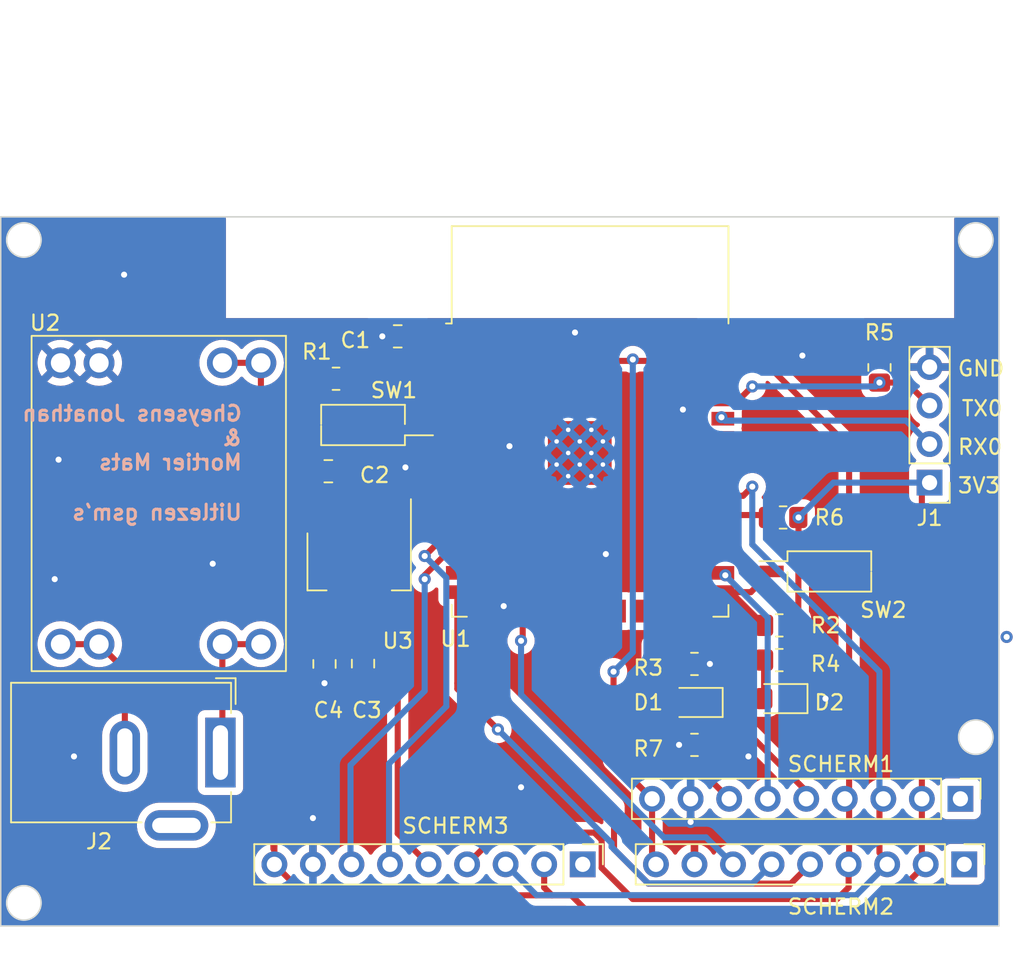
<source format=kicad_pcb>
(kicad_pcb (version 20221018) (generator pcbnew)
  (layers (0 "F.Cu" signal) (31 "B.Cu" signal) (34 "B.Paste" user) (35 "F.Paste" user) (36 "B.SilkS" user "B.Silkscreen") (37 "F.SilkS" user "F.Silkscreen") (38 "B.Mask" user) (39 "F.Mask" user) (44 "Edge.Cuts" user))
  (net 0 "")
  (net 1 "+3.3V")
  (net 2 "GND")
  (net 3 "VDD")
  (net 4 "Net-(D1-K)")
  (net 5 "GPIO2")
  (net 6 "Net-(D2-A)")
  (net 7 "RX0")
  (net 8 "TX0")
  (net 9 "Net-(J2-Pad1)")
  (net 10 "Net-(J2-Pad2)")
  (net 11 "/EN")
  (net 12 "GPIO0")
  (net 13 "GPIO5")
  (net 15 "GPIO18")
  (net 16 "GPIO23")
  (net 17 "GPIO4")
  (net 18 "GPIO15")
  (net 20 "GPIO14")
  (net 21 "GPIO12")
  (net 22 "GPIO13")
  (net 24 "GPIO25")
  (net 25 "GPIO26")
  (net 26 "GPIO27")
  (footprint "Resistor_SMD:R_0805_2012Metric_Pad1.20x1.40mm_HandSolder" (layer "F.Cu") (at 123.19 103.886 180)
    (fp_text reference "R7" (at 3.048 -0.254) (layer "F.SilkS"))
    (fp_text value "1K")
    (fp_line (start -0.227064 -0.735) (end 0.227064 -0.735) (stroke (width 0.12)) (layer "F.SilkS"))
    (fp_line (start -0.227064 0.735) (end 0.227064 0.735) (stroke (width 0.12)) (layer "F.SilkS"))
    (pad "1" smd roundrect (at -1 0 180) (size 1.2 1.4) (layers "F.Cu" "F.Paste" "F.Mask") (roundrect_rratio 0.2083333333) (net 4 "Net-(D1-K)"))
    (pad "2" smd roundrect (at 1 0 180) (size 1.2 1.4) (layers "F.Cu" "F.Paste" "F.Mask") (roundrect_rratio 0.2083333333) (net 2 "GND"))
  )
  (footprint "Resistor_SMD:R_0805_2012Metric_Pad1.20x1.40mm_HandSolder" (layer "F.Cu") (at 129.032 88.9 180)
    (fp_text reference "R6" (at -3.048 0 180) (layer "F.SilkS"))
    (fp_text value "10K")
    (fp_line (start -0.227064 -0.735) (end 0.227064 -0.735) (stroke (width 0.12)) (layer "F.SilkS"))
    (fp_line (start -0.227064 0.735) (end 0.227064 0.735) (stroke (width 0.12)) (layer "F.SilkS"))
    (pad "1" smd roundrect (at -1 0 180) (size 1.2 1.4) (layers "F.Cu" "F.Paste" "F.Mask") (roundrect_rratio 0.2083333333) (net 1 "+3.3V"))
    (pad "2" smd roundrect (at 1 0 180) (size 1.2 1.4) (layers "F.Cu" "F.Paste" "F.Mask") (roundrect_rratio 0.2083333333) (net 13 "GPIO5"))
  )
  (footprint "Resistor_SMD:R_0805_2012Metric_Pad1.20x1.40mm_HandSolder" (layer "F.Cu") (at 123.19 98.552 180)
    (fp_text reference "R3" (at 3.048 -0.254) (layer "F.SilkS"))
    (fp_text value "10K")
    (fp_line (start -0.227064 -0.735) (end 0.227064 -0.735) (stroke (width 0.12)) (layer "F.SilkS"))
    (fp_line (start -0.227064 0.735) (end 0.227064 0.735) (stroke (width 0.12)) (layer "F.SilkS"))
    (pad "1" smd roundrect (at -1 0 180) (size 1.2 1.4) (layers "F.Cu" "F.Paste" "F.Mask") (roundrect_rratio 0.2083333333) (net 2 "GND"))
    (pad "2" smd roundrect (at 1 0 180) (size 1.2 1.4) (layers "F.Cu" "F.Paste" "F.Mask") (roundrect_rratio 0.2083333333) (net 5 "GPIO2"))
  )
  (footprint "Resistor_SMD:R_0805_2012Metric_Pad1.20x1.40mm_HandSolder" (layer "F.Cu") (at 99.568 79.756)
    (fp_text reference "R1" (at -1.27 -1.778 180) (layer "F.SilkS"))
    (fp_text value "10K")
    (fp_line (start -0.227064 -0.735) (end 0.227064 -0.735) (stroke (width 0.12)) (layer "F.SilkS"))
    (fp_line (start -0.227064 0.735) (end 0.227064 0.735) (stroke (width 0.12)) (layer "F.SilkS"))
    (pad "1" smd roundrect (at -1 0) (size 1.2 1.4) (layers "F.Cu" "F.Paste" "F.Mask") (roundrect_rratio 0.2083333333) (net 1 "+3.3V"))
    (pad "2" smd roundrect (at 1 0) (size 1.2 1.4) (layers "F.Cu" "F.Paste" "F.Mask") (roundrect_rratio 0.2083333333) (net 11 "/EN"))
  )
  (footprint "LED_SMD:LED_0805_2012Metric_Pad1.15x1.40mm_HandSolder" (layer "F.Cu") (at 123.19 101.092 180)
    (fp_text reference "D1" (at 3.048 0) (layer "F.SilkS"))
    (fp_text value "BLUE")
    (fp_line (start -1.86 -0.96) (end -1.86 0.96) (stroke (width 0.12)) (layer "F.SilkS"))
    (fp_line (start -1.86 0.96) (end 1 0.96) (stroke (width 0.12)) (layer "F.SilkS"))
    (fp_line (start 1 -0.96) (end -1.86 -0.96) (stroke (width 0.12)) (layer "F.SilkS"))
    (pad "1" smd roundrect (at -1.025 0 180) (size 1.15 1.4) (layers "F.Cu" "F.Paste" "F.Mask") (roundrect_rratio 0.2173913043) (net 4 "Net-(D1-K)"))
    (pad "2" smd roundrect (at 1.025 0 180) (size 1.15 1.4) (layers "F.Cu" "F.Paste" "F.Mask") (roundrect_rratio 0.2173913043) (net 5 "GPIO2"))
  )
  (footprint "Capacitor_SMD:C_0805_2012Metric_Pad1.18x1.45mm_HandSolder" (layer "F.Cu") (at 103.632 76.962 180)
    (fp_text reference "C1" (at 2.794 -0.254 180) (layer "F.SilkS"))
    (fp_text value "47uF/6.3V")
    (fp_line (start -0.261252 -0.735) (end 0.261252 -0.735) (stroke (width 0.12)) (layer "F.SilkS"))
    (fp_line (start -0.261252 0.735) (end 0.261252 0.735) (stroke (width 0.12)) (layer "F.SilkS"))
    (pad "1" smd roundrect (at -1.0375 0 180) (size 1.175 1.45) (layers "F.Cu" "F.Paste" "F.Mask") (roundrect_rratio 0.2127659574) (net 1 "+3.3V"))
    (pad "2" smd roundrect (at 1.0375 0 180) (size 1.175 1.45) (layers "F.Cu" "F.Paste" "F.Mask") (roundrect_rratio 0.2127659574) (net 2 "GND"))
  )
  (footprint "Capacitor_SMD:C_0805_2012Metric_Pad1.18x1.45mm_HandSolder" (layer "F.Cu") (at 99.06 85.852 180)
    (fp_text reference "C2" (at -3.048 -0.254 180) (layer "F.SilkS"))
    (fp_text value "10uF")
    (fp_line (start -0.261252 -0.735) (end 0.261252 -0.735) (stroke (width 0.12)) (layer "F.SilkS"))
    (fp_line (start -0.261252 0.735) (end 0.261252 0.735) (stroke (width 0.12)) (layer "F.SilkS"))
    (pad "1" smd roundrect (at -1.0375 0 180) (size 1.175 1.45) (layers "F.Cu" "F.Paste" "F.Mask") (roundrect_rratio 0.2127659574) (net 3 "VDD"))
    (pad "2" smd roundrect (at 1.0375 0 180) (size 1.175 1.45) (layers "F.Cu" "F.Paste" "F.Mask") (roundrect_rratio 0.2127659574) (net 2 "GND"))
  )
  (footprint "Connector_PinHeader_2.54mm:PinHeader_1x09_P2.54mm_Vertical" (layer "F.Cu") (at 115.824 111.76 -90)
    (fp_text reference "SCHERM3" (at -2.54 8.382) (layer "F.SilkS"))
    (fp_text value "Conn_01x09_Pin")
    (fp_line (start -1.33 -1.33) (end 0 -1.33) (stroke (width 0.12)) (layer "F.SilkS"))
    (fp_line (start -1.33 0) (end -1.33 -1.33) (stroke (width 0.12)) (layer "F.SilkS"))
    (fp_line (start -1.33 1.27) (end -1.33 21.65) (stroke (width 0.12)) (layer "F.SilkS"))
    (fp_line (start -1.33 1.27) (end 1.33 1.27) (stroke (width 0.12)) (layer "F.SilkS"))
    (fp_line (start -1.33 21.65) (end 1.33 21.65) (stroke (width 0.12)) (layer "F.SilkS"))
    (fp_line (start 1.33 1.27) (end 1.33 21.65) (stroke (width 0.12)) (layer "F.SilkS"))
    (pad "1" thru_hole rect (at 0 0 270) (size 1.7 1.7) (drill 1) (layers "*.Cu" "*.Mask"))
    (pad "2" thru_hole oval (at 0 2.54 270) (size 1.7 1.7) (drill 1) (layers "*.Cu" "*.Mask") (net 1 "+3.3V"))
    (pad "3" thru_hole oval (at 0 5.08 270) (size 1.7 1.7) (drill 1) (layers "*.Cu" "*.Mask") (net 15 "GPIO18"))
    (pad "4" thru_hole oval (at 0 7.62 270) (size 1.7 1.7) (drill 1) (layers "*.Cu" "*.Mask") (net 16 "GPIO23"))
    (pad "5" thru_hole oval (at 0 10.16 270) (size 1.7 1.7) (drill 1) (layers "*.Cu" "*.Mask") (net 24 "GPIO25"))
    (pad "6" thru_hole oval (at 0 12.7 270) (size 1.7 1.7) (drill 1) (layers "*.Cu" "*.Mask") (net 25 "GPIO26"))
    (pad "7" thru_hole oval (at 0 15.24 270) (size 1.7 1.7) (drill 1) (layers "*.Cu" "*.Mask") (net 26 "GPIO27"))
    (pad "8" thru_hole oval (at 0 17.78 270) (size 1.7 1.7) (drill 1) (layers "*.Cu" "*.Mask") (net 2 "GND"))
    (pad "9" thru_hole oval (at 0 20.32 270) (size 1.7 1.7) (drill 1) (layers "*.Cu" "*.Mask") (net 1 "+3.3V"))
  )
  (footprint "Resistor_SMD:R_0805_2012Metric_Pad1.20x1.40mm_HandSolder" (layer "F.Cu") (at 135.382 79.01 -90)
    (fp_text reference "R5" (at -2.302 0 -180) (layer "F.SilkS"))
    (fp_text value "10K")
    (fp_line (start -0.227064 -0.735) (end 0.227064 -0.735) (stroke (width 0.12)) (layer "F.SilkS"))
    (fp_line (start -0.227064 0.735) (end 0.227064 0.735) (stroke (width 0.12)) (layer "F.SilkS"))
    (pad "1" smd roundrect (at -1 0 270) (size 1.2 1.4) (layers "F.Cu" "F.Paste" "F.Mask") (roundrect_rratio 0.2083333333) (net 1 "+3.3V"))
    (pad "2" smd roundrect (at 1 0 270) (size 1.2 1.4) (layers "F.Cu" "F.Paste" "F.Mask") (roundrect_rratio 0.2083333333) (net 8 "TX0"))
  )
  (footprint "Resistor_SMD:R_0805_2012Metric_Pad1.20x1.40mm_HandSolder" (layer "F.Cu") (at 128.778 96.012 180)
    (fp_text reference "R2" (at -3.048 0) (layer "F.SilkS"))
    (fp_text value "10K")
    (fp_line (start -0.227064 -0.735) (end 0.227064 -0.735) (stroke (width 0.12)) (layer "F.SilkS"))
    (fp_line (start -0.227064 0.735) (end 0.227064 0.735) (stroke (width 0.12)) (layer "F.SilkS"))
    (pad "1" smd roundrect (at -1 0 180) (size 1.2 1.4) (layers "F.Cu" "F.Paste" "F.Mask") (roundrect_rratio 0.2083333333) (net 1 "+3.3V"))
    (pad "2" smd roundrect (at 1 0 180) (size 1.2 1.4) (layers "F.Cu" "F.Paste" "F.Mask") (roundrect_rratio 0.2083333333) (net 12 "GPIO0"))
  )
  (footprint "Library:U1584" (layer "F.Cu") (at 88.011 76.93)
    (fp_text reference "U2" (at -7.62 -0.857 unlocked) (layer "F.SilkS"))
    (fp_text value "MP1584")
    (fp_rect (start 8.255 0) (end -8.509 22.098) (stroke (width 0.12)) (fill none) (layer "F.SilkS"))
    (pad "1" thru_hole circle (at -6.604 20.32) (size 2.032 2.032) (drill 1.27) (layers "*.Cu" "*.Mask") (net 10 "Net-(J2-Pad2)"))
    (pad "2" thru_hole circle (at -4.064 20.32) (size 2.032 2.032) (drill 1.27) (layers "*.Cu" "*.Mask") (net 10 "Net-(J2-Pad2)"))
    (pad "3" thru_hole circle (at 4.064 20.32) (size 2.032 2.032) (drill 1.27) (layers "*.Cu" "*.Mask") (net 9 "Net-(J2-Pad1)"))
    (pad "4" thru_hole circle (at 6.604 20.32) (size 2.032 2.032) (drill 1.27) (layers "*.Cu" "*.Mask") (net 9 "Net-(J2-Pad1)"))
    (pad "5" thru_hole circle (at 6.604 1.778) (size 2.032 2.032) (drill 1.27) (layers "*.Cu" "*.Mask") (net 3 "VDD"))
    (pad "6" thru_hole circle (at 4.064 1.778) (size 2.032 2.032) (drill 1.27) (layers "*.Cu" "*.Mask") (net 3 "VDD"))
    (pad "7" thru_hole circle (at -4.064 1.778) (size 2.032 2.032) (drill 1.27) (layers "*.Cu" "*.Mask") (net 2 "GND"))
    (pad "8" thru_hole circle (at -6.604 1.778) (size 2.032 2.032) (drill 1.27) (layers "*.Cu" "*.Mask") (net 2 "GND"))
  )
  (footprint "Connector_PinHeader_2.54mm:PinHeader_1x09_P2.54mm_Vertical" (layer "F.Cu") (at 140.716 107.442 -90)
    (fp_text reference "SCHERM1" (at -2.286 7.874) (layer "F.SilkS"))
    (fp_text value "Conn_01x09_Pin")
    (fp_line (start -1.33 -1.33) (end 0 -1.33) (stroke (width 0.12)) (layer "F.SilkS"))
    (fp_line (start -1.33 0) (end -1.33 -1.33) (stroke (width 0.12)) (layer "F.SilkS"))
    (fp_line (start -1.33 1.27) (end -1.33 21.65) (stroke (width 0.12)) (layer "F.SilkS"))
    (fp_line (start -1.33 1.27) (end 1.33 1.27) (stroke (width 0.12)) (layer "F.SilkS"))
    (fp_line (start -1.33 21.65) (end 1.33 21.65) (stroke (width 0.12)) (layer "F.SilkS"))
    (fp_line (start 1.33 1.27) (end 1.33 21.65) (stroke (width 0.12)) (layer "F.SilkS"))
    (pad "1" thru_hole rect (at 0 0 270) (size 1.7 1.7) (drill 1) (layers "*.Cu" "*.Mask"))
    (pad "2" thru_hole oval (at 0 2.54 270) (size 1.7 1.7) (drill 1) (layers "*.Cu" "*.Mask") (net 1 "+3.3V"))
    (pad "3" thru_hole oval (at 0 5.08 270) (size 1.7 1.7) (drill 1) (layers "*.Cu" "*.Mask") (net 15 "GPIO18"))
    (pad "4" thru_hole oval (at 0 7.62 270) (size 1.7 1.7) (drill 1) (layers "*.Cu" "*.Mask") (net 16 "GPIO23"))
    (pad "5" thru_hole oval (at 0 10.16 270) (size 1.7 1.7) (drill 1) (layers "*.Cu" "*.Mask") (net 5 "GPIO2"))
    (pad "6" thru_hole oval (at 0 12.7 270) (size 1.7 1.7) (drill 1) (layers "*.Cu" "*.Mask") (net 17 "GPIO4"))
    (pad "7" thru_hole oval (at 0 15.24 270) (size 1.7 1.7) (drill 1) (layers "*.Cu" "*.Mask") (net 18 "GPIO15"))
    (pad "8" thru_hole oval (at 0 17.78 270) (size 1.7 1.7) (drill 1) (layers "*.Cu" "*.Mask") (net 2 "GND"))
    (pad "9" thru_hole oval (at 0 20.32 270) (size 1.7 1.7) (drill 1) (layers "*.Cu" "*.Mask") (net 1 "+3.3V"))
  )
  (footprint "Connector_PinHeader_2.54mm:PinHeader_1x04_P2.54mm_Vertical" (layer "F.Cu") (at 138.684 86.604 180)
    (fp_text reference "J1" (at 0 -2.33 180) (layer "F.SilkS"))
    (fp_text value "Conn_01x04_Pin")
    (fp_line (start -1.33 -1.33) (end 0 -1.33) (stroke (width 0.12)) (layer "F.SilkS"))
    (fp_line (start -1.33 0) (end -1.33 -1.33) (stroke (width 0.12)) (layer "F.SilkS"))
    (fp_line (start -1.33 1.27) (end -1.33 8.95) (stroke (width 0.12)) (layer "F.SilkS"))
    (fp_line (start -1.33 1.27) (end 1.33 1.27) (stroke (width 0.12)) (layer "F.SilkS"))
    (fp_line (start -1.33 8.95) (end 1.33 8.95) (stroke (width 0.12)) (layer "F.SilkS"))
    (fp_line (start 1.33 1.27) (end 1.33 8.95) (stroke (width 0.12)) (layer "F.SilkS"))
    (pad "1" thru_hole rect (at 0 0 180) (size 1.7 1.7) (drill 1) (layers "*.Cu" "*.Mask") (net 1 "+3.3V"))
    (pad "2" thru_hole oval (at 0 2.54 180) (size 1.7 1.7) (drill 1) (layers "*.Cu" "*.Mask") (net 7 "RX0"))
    (pad "3" thru_hole oval (at 0 5.08 180) (size 1.7 1.7) (drill 1) (layers "*.Cu" "*.Mask") (net 8 "TX0"))
    (pad "4" thru_hole oval (at 0 7.62 180) (size 1.7 1.7) (drill 1) (layers "*.Cu" "*.Mask") (net 2 "GND"))
  )
  (footprint "Capacitor_SMD:C_0805_2012Metric_Pad1.18x1.45mm_HandSolder" (layer "F.Cu") (at 98.806 98.552 -90)
    (fp_text reference "C4" (at 3.048 -0.254 -180) (layer "F.SilkS"))
    (fp_text value "10uF")
    (fp_line (start -0.261252 -0.735) (end 0.261252 -0.735) (stroke (width 0.12)) (layer "F.SilkS"))
    (fp_line (start -0.261252 0.735) (end 0.261252 0.735) (stroke (width 0.12)) (layer "F.SilkS"))
    (pad "1" smd roundrect (at -1.0375 0 270) (size 1.175 1.45) (layers "F.Cu" "F.Paste" "F.Mask") (roundrect_rratio 0.2127659574) (net 1 "+3.3V"))
    (pad "2" smd roundrect (at 1.0375 0 270) (size 1.175 1.45) (layers "F.Cu" "F.Paste" "F.Mask") (roundrect_rratio 0.2127659574) (net 2 "GND"))
  )
  (footprint "Resistor_SMD:R_0805_2012Metric_Pad1.20x1.40mm_HandSolder" (layer "F.Cu") (at 128.778 98.298 180)
    (fp_text reference "R4" (at -3.048 -0.254) (layer "F.SilkS"))
    (fp_text value "1K")
    (fp_line (start -0.227064 -0.735) (end 0.227064 -0.735) (stroke (width 0.12)) (layer "F.SilkS"))
    (fp_line (start -0.227064 0.735) (end 0.227064 0.735) (stroke (width 0.12)) (layer "F.SilkS"))
    (pad "1" smd roundrect (at -1 0 180) (size 1.2 1.4) (layers "F.Cu" "F.Paste" "F.Mask") (roundrect_rratio 0.2083333333) (net 1 "+3.3V"))
    (pad "2" smd roundrect (at 1 0 180) (size 1.2 1.4) (layers "F.Cu" "F.Paste" "F.Mask") (roundrect_rratio 0.2083333333) (net 6 "Net-(D2-A)"))
  )
  (footprint "Package_TO_SOT_SMD:SOT-223-3_TabPin2" (layer "F.Cu") (at 101.092 91.796 -90)
    (fp_text reference "U3" (at 5.232 -2.54 -180) (layer "F.SilkS"))
    (fp_text value "AMS1117-3.3")
    (fp_line (start -4.1 -3.41) (end 1.91 -3.41) (stroke (width 0.12)) (layer "F.SilkS"))
    (fp_line (start -1.85 3.41) (end 1.91 3.41) (stroke (width 0.12)) (layer "F.SilkS"))
    (fp_line (start 1.91 -3.41) (end 1.91 -2.15) (stroke (width 0.12)) (layer "F.SilkS"))
    (fp_line (start 1.91 3.41) (end 1.91 2.15) (stroke (width 0.12)) (layer "F.SilkS"))
    (pad "1" smd rect (at -3.15 -2.3 270) (size 2 1.5) (layers "F.Cu" "F.Paste" "F.Mask") (net 2 "GND"))
    (pad "2" smd rect (at -3.15 0 270) (size 2 1.5) (layers "F.Cu" "F.Paste" "F.Mask") (net 1 "+3.3V"))
    (pad "2" smd rect (at 3.15 0 270) (size 2 3.8) (layers "F.Cu" "F.Paste" "F.Mask") (net 1 "+3.3V"))
    (pad "3" smd rect (at -3.15 2.3 270) (size 2 1.5) (layers "F.Cu" "F.Paste" "F.Mask") (net 3 "VDD"))
  )
  (footprint "Button_Switch_SMD:SW_DIP_SPSTx01_Slide_Copal_CHS-01B_W7.62mm_P1.27mm" (layer "F.Cu") (at 132.08 92.456)
    (fp_text reference "SW2" (at 3.556 2.54 180) (layer "F.SilkS"))
    (fp_text value "FLASH")
    (fp_line (start -4.61 -0.68) (end -2.76 -0.68) (stroke (width 0.12)) (layer "F.SilkS"))
    (fp_line (start -2.76 -1.33) (end -2.76 -0.68) (stroke (width 0.12)) (layer "F.SilkS"))
    (fp_line (start -2.76 -1.33) (end 2.76 -1.33) (stroke (width 0.12)) (layer "F.SilkS"))
    (fp_line (start -2.76 0.061) (end -2.76 1.33) (stroke (width 0.12)) (layer "F.SilkS"))
    (fp_line (start -2.76 1.33) (end 2.76 1.33) (stroke (width 0.12)) (layer "F.SilkS"))
    (fp_line (start 2.76 -1.33) (end 2.76 -0.061) (stroke (width 0.12)) (layer "F.SilkS"))
    (fp_line (start 2.76 0.061) (end 2.76 1.33) (stroke (width 0.12)) (layer "F.SilkS"))
    (pad "1" smd rect (at -3.81 0) (size 1.6 0.76) (layers "F.Cu" "F.Paste" "F.Mask") (net 12 "GPIO0"))
    (pad "2" smd rect (at 3.81 0) (size 1.6 0.76) (layers "F.Cu" "F.Paste" "F.Mask") (net 2 "GND"))
  )
  (footprint "Connector_BarrelJack:BarrelJack_GCT_DCJ200-10-A_Horizontal" (layer "F.Cu") (at 91.948 104.394 -90)
    (fp_text reference "J2" (at 5.857 8.001 -180) (layer "F.SilkS"))
    (fp_text value "Barrel_Jack")
    (fp_line (start -4.9 -1) (end -4.9 0.3) (stroke (width 0.12)) (layer "F.SilkS"))
    (fp_line (start -4.6 -0.7) (end -2.6 -0.7) (stroke (width 0.12)) (layer "F.SilkS"))
    (fp_line (start -4.6 13.8) (end -4.6 -0.7) (stroke (width 0.12)) (layer "F.SilkS"))
    (fp_line (start -3.2 -1) (end -4.9 -1) (stroke (width 0.12)) (layer "F.SilkS"))
    (fp_line (start 2.6 -0.7) (end 4.6 -0.7) (stroke (width 0.12)) (layer "F.SilkS"))
    (fp_line (start 4.6 -0.7) (end 4.6 0.6) (stroke (width 0.12)) (layer "F.SilkS"))
    (fp_line (start 4.6 5.2) (end 4.6 13.8) (stroke (width 0.12)) (layer "F.SilkS"))
    (fp_line (start 4.6 13.8) (end -4.6 13.8) (stroke (width 0.12)) (layer "F.SilkS"))
    (pad "1" thru_hole rect (at 0 0 270) (size 4.6 2) (drill oval 3.6 1) (layers "*.Cu" "*.Mask") (net 9 "Net-(J2-Pad1)"))
    (pad "2" thru_hole oval (at 0 6.3 270) (size 4.2 2) (drill oval 3.2 1) (layers "*.Cu" "*.Mask") (net 10 "Net-(J2-Pad2)"))
    (pad "3" thru_hole oval (at 4.8 2.9 270) (size 2 4.2) (drill oval 1 3.2) (layers "*.Cu" "*.Mask"))
  )
  (footprint "Capacitor_SMD:C_0805_2012Metric_Pad1.18x1.45mm_HandSolder" (layer "F.Cu") (at 101.346 98.5305 90)
    (fp_text reference "C3" (at -3.0695 0.254) (layer "F.SilkS"))
    (fp_text value "100nF")
    (fp_line (start -0.261252 -0.735) (end 0.261252 -0.735) (stroke (width 0.12)) (layer "F.SilkS"))
    (fp_line (start -0.261252 0.735) (end 0.261252 0.735) (stroke (width 0.12)) (layer "F.SilkS"))
    (pad "1" smd roundrect (at -1.0375 0 90) (size 1.175 1.45) (layers "F.Cu" "F.Paste" "F.Mask") (roundrect_rratio 0.2127659574) (net 2 "GND"))
    (pad "2" smd roundrect (at 1.0375 0 90) (size 1.175 1.45) (layers "F.Cu" "F.Paste" "F.Mask") (roundrect_rratio 0.2127659574) (net 1 "+3.3V"))
  )
  (footprint "RF_Module:ESP32-WROOM-32" (layer "F.Cu") (at 116.31 85.56)
    (fp_text reference "U1" (at -8.868 11.341 180) (layer "F.SilkS"))
    (fp_text value "ESP32-WROOM-32")
    (fp_line (start -9.12 -15.86) (end -9.12 -9.445) (stroke (width 0.12)) (layer "F.SilkS"))
    (fp_line (start -9.12 -15.86) (end 9.12 -15.86) (stroke (width 0.12)) (layer "F.SilkS"))
    (fp_line (start -9.12 -9.445) (end -9.5 -9.445) (stroke (width 0.12)) (layer "F.SilkS"))
    (fp_line (start -9.12 9.1) (end -9.12 9.88) (stroke (width 0.12)) (layer "F.SilkS"))
    (fp_line (start -9.12 9.88) (end -8.12 9.88) (stroke (width 0.12)) (layer "F.SilkS"))
    (fp_line (start 9.12 -15.86) (end 9.12 -9.445) (stroke (width 0.12)) (layer "F.SilkS"))
    (fp_line (start 9.12 9.1) (end 9.12 9.88) (stroke (width 0.12)) (layer "F.SilkS"))
    (fp_line (start 9.12 9.88) (end 8.12 9.88) (stroke (width 0.12)) (layer "F.SilkS"))
    (pad "1" smd rect (at -8.75 -8.25) (size 1.5 0.9) (layers "F.Cu" "F.Paste" "F.Mask") (net 2 "GND"))
    (pad "2" smd rect (at -8.75 -6.98) (size 1.5 0.9) (layers "F.Cu" "F.Paste" "F.Mask") (net 1 "+3.3V"))
    (pad "3" smd rect (at -8.75 -5.71) (size 1.5 0.9) (layers "F.Cu" "F.Paste" "F.Mask") (net 11 "/EN"))
    (pad "4" smd rect (at -8.75 -4.44) (size 1.5 0.9) (layers "F.Cu" "F.Paste" "F.Mask"))
    (pad "5" smd rect (at -8.75 -3.17) (size 1.5 0.9) (layers "F.Cu" "F.Paste" "F.Mask"))
    (pad "6" smd rect (at -8.75 -1.9) (size 1.5 0.9) (layers "F.Cu" "F.Paste" "F.Mask"))
    (pad "7" smd rect (at -8.75 -0.63) (size 1.5 0.9) (layers "F.Cu" "F.Paste" "F.Mask"))
    (pad "8" smd rect (at -8.75 0.64) (size 1.5 0.9) (layers "F.Cu" "F.Paste" "F.Mask"))
    (pad "9" smd rect (at -8.75 1.91) (size 1.5 0.9) (layers "F.Cu" "F.Paste" "F.Mask"))
    (pad "10" smd rect (at -8.75 3.18) (size 1.5 0.9) (layers "F.Cu" "F.Paste" "F.Mask") (net 24 "GPIO25"))
    (pad "11" smd rect (at -8.75 4.45) (size 1.5 0.9) (layers "F.Cu" "F.Paste" "F.Mask") (net 25 "GPIO26"))
    (pad "12" smd rect (at -8.75 5.72) (size 1.5 0.9) (layers "F.Cu" "F.Paste" "F.Mask") (net 26 "GPIO27"))
    (pad "13" smd rect (at -8.75 6.99) (size 1.5 0.9) (layers "F.Cu" "F.Paste" "F.Mask") (net 20 "GPIO14"))
    (pad "14" smd rect (at -8.75 8.26) (size 1.5 0.9) (layers "F.Cu" "F.Paste" "F.Mask") (net 21 "GPIO12"))
    (pad "15" smd rect (at -5.71 9.51 90) (size 1.5 0.9) (layers "F.Cu" "F.Paste" "F.Mask") (net 2 "GND"))
    (pad "16" smd rect (at -4.44 9.51 90) (size 1.5 0.9) (layers "F.Cu" "F.Paste" "F.Mask") (net 22 "GPIO13"))
    (pad "17" smd rect (at -3.17 9.51 90) (size 1.5 0.9) (layers "F.Cu" "F.Paste" "F.Mask"))
    (pad "18" smd rect (at -1.9 9.51 90) (size 1.5 0.9) (layers "F.Cu" "F.Paste" "F.Mask"))
    (pad "19" smd rect (at -0.63 9.51 90) (size 1.5 0.9) (layers "F.Cu" "F.Paste" "F.Mask"))
    (pad "20" smd rect (at 0.64 9.51 90) (size 1.5 0.9) (layers "F.Cu" "F.Paste" "F.Mask"))
    (pad "21" smd rect (at 1.91 9.51 90) (size 1.5 0.9) (layers "F.Cu" "F.Paste" "F.Mask"))
    (pad "22" smd rect (at 3.18 9.51 90) (size 1.5 0.9) (layers "F.Cu" "F.Paste" "F.Mask"))
    (pad "23" smd rect (at 4.45 9.51 90) (size 1.5 0.9) (layers "F.Cu" "F.Paste" "F.Mask") (net 18 "GPIO15"))
    (pad "24" smd rect (at 5.72 9.51 90) (size 1.5 0.9) (layers "F.Cu" "F.Paste" "F.Mask") (net 5 "GPIO2"))
    (pad "25" smd rect (at 8.75 8.26) (size 1.5 0.9) (layers "F.Cu" "F.Paste" "F.Mask") (net 12 "GPIO0"))
    (pad "26" smd rect (at 8.75 6.99) (size 1.5 0.9) (layers "F.Cu" "F.Paste" "F.Mask") (net 17 "GPIO4"))
    (pad "27" smd rect (at 8.75 5.72) (size 1.5 0.9) (layers "F.Cu" "F.Paste" "F.Mask"))
    (pad "28" smd rect (at 8.75 4.45) (size 1.5 0.9) (layers "F.Cu" "F.Paste" "F.Mask"))
    (pad "29" smd rect (at 8.75 3.18) (size 1.5 0.9) (layers "F.Cu" "F.Paste" "F.Mask") (net 13 "GPIO5"))
    (pad "30" smd rect (at 8.75 1.91) (size 1.5 0.9) (layers "F.Cu" "F.Paste" "F.Mask") (net 15 "GPIO18"))
    (pad "31" smd rect (at 8.75 0.64) (size 1.5 0.9) (layers "F.Cu" "F.Paste" "F.Mask"))
    (pad "32" smd rect (at 8.75 -0.63) (size 1.5 0.9) (layers "F.Cu" "F.Paste" "F.Mask"))
    (pad "33" smd rect (at 8.75 -1.9) (size 1.5 0.9) (layers "F.Cu" "F.Paste" "F.Mask"))
    (pad "34" smd rect (at 8.75 -3.17) (size 1.5 0.9) (layers "F.Cu" "F.Paste" "F.Mask") (net 7 "RX0"))
    (pad "35" smd rect (at 8.75 -4.44) (size 1.5 0.9) (layers "F.Cu" "F.Paste" "F.Mask") (net 8 "TX0"))
    (pad "36" smd rect (at 8.75 -5.71) (size 1.5 0.9) (layers "F.Cu" "F.Paste" "F.Mask"))
    (pad "37" smd rect (at 8.75 -6.98) (size 1.5 0.9) (layers "F.Cu" "F.Paste" "F.Mask") (net 16 "GPIO23"))
    (pad "38" smd rect (at 8.75 -8.25) (size 1.5 0.9) (layers "F.Cu" "F.Paste" "F.Mask") (net 2 "GND"))
    (pad "39" smd rect (at -2.205 -2.435) (size 1.05 1.05) (layers "F.Cu" "F.Paste") (net 2 "GND"))
    (pad "39" thru_hole circle (at -2.205 -1.6725) (size 0.6 0.6) (drill 0.3) (property pad_prop_heatsink) (layers "*.Cu" "F.Mask") (net 2 "GND"))
    (pad "39" smd rect (at -2.205 -0.91) (size 1.05 1.05) (layers "F.Cu" "F.Paste") (net 2 "GND"))
    (pad "39" thru_hole circle (at -2.205 -0.1475) (size 0.6 0.6) (drill 0.3) (property pad_prop_heatsink) (layers "*.Cu" "F.Mask") (net 2 "GND"))
    (pad "39" smd rect (at -2.205 0.615) (size 1.05 1.05) (layers "F.Cu" "F.Paste") (net 2 "GND"))
    (pad "39" thru_hole circle (at -1.4425 -2.435) (size 0.6 0.6) (drill 0.3) (property pad_prop_heatsink) (layers "*.Cu" "F.Mask") (net 2 "GND"))
    (pad "39" thru_hole circle (at -1.4425 -0.91) (size 0.6 0.6) (drill 0.3) (property pad_prop_heatsink) (layers "*.Cu" "F.Mask") (net 2 "GND"))
    (pad "39" thru_hole circle (at -1.4425 0.615) (size 0.6 0.6) (drill 0.3) (property pad_prop_heatsink) (layers "*.Cu" "F.Mask") (net 2 "GND"))
    (pad "39" smd rect (at -0.68 -2.435) (size 1.05 1.05) (layers "F.Cu" "F.Paste") (net 2 "GND"))
    (pad "39" thru_hole circle (at -0.68 -1.6725) (size 0.6 0.6) (drill 0.3) (property pad_prop_heatsink) (layers "*.Cu" "F.Mask") (net 2 "GND"))
    (pad "39" smd rect (at -0.68 -0.91) (size 1.05 1.05) (layers "F.Cu" "F.Paste") (net 2 "GND"))
    (pad "39" smd rect (at -0.68 -0.91) (size 4.2 4.2) (layers "F.Cu" "F.Mask") (net 2 "GND"))
    (pad "39" thru_hole circle (at -0.68 -0.1475) (size 0.6 0.6) (drill 0.3) (property pad_prop_heatsink) (layers "*.Cu" "F.Mask") (net 2 "GND"))
    (pad "39" smd rect (at -0.68 0.615) (size 1.05 1.05) (layers "F.Cu" "F.Paste") (net 2 "GND"))
    (pad "39" thru_hole circle (at 0.0825 -2.435) (size 0.6 0.6) (drill 0.3) (property pad_prop_heatsink) (layers "*.Cu" "F.Mask") (net 2 "GND"))
    (pad "39" thru_hole circle (at 0.0825 -0.91) (size 0.6 0.6) (drill 0.3) (property pad_prop_heatsink) (layers "*.Cu" "F.Mask") (net 2 "GND"))
    (pad "39" thru_hole circle (at 0.0825 0.615) (size 0.6 0.6) (drill 0.3) (property pad_prop_heatsink) (layers "*.Cu" "F.Mask") (net 2 "GND"))
    (pad "39" smd rect (at 0.845 -2.435) (size 1.05 1.05) (layers "F.Cu" "F.Paste") (net 2 "GND"))
    (pad "39" thru_hole circle (at 0.845 -1.6725) (size 0.6 0.6) (drill 0.3) (property pad_prop_heatsink) (layers "*.Cu" "F.Mask") (net 2 "GND"))
    (pad "39" smd rect (at 0.845 -0.91) (size 1.05 1.05) (layers "F.Cu" "F.Paste") (net 2 "GND"))
    (pad "39" thru_hole circle (at 0.845 -0.1475) (size 0.6 0.6) (drill 0.3) (property pad_prop_heatsink) (layers "*.Cu" "F.Mask") (net 2 "GND"))
    (pad "39" smd rect (at 0.845 0.615) (size 1.05 1.05) (layers "F.Cu" "F.Paste") (net 2 "GND"))
    (zone (net 0) (net_name "") (layers "F.Cu" "In1.Cu" "B.Cu") (connect_pads (clearance 0)) (min_thickness 0.254)
      (keepout (tracks not_allowed) (vias not_allowed) (pads not_allowed) (copperpour not_allowed) (footprints not_allowed))
      (fill (thermal_gap 0.508) (thermal_bridge_width 0.508))
      (polygon (pts (xy 92.31 75.76) (xy 140.31 75.76) (xy 140.31 54.82) (xy 92.31 54.82)))
    )
  )
  (footprint "Connector_PinHeader_2.54mm:PinHeader_1x09_P2.54mm_Vertical" (layer "F.Cu") (at 140.97 111.76 -90)
    (fp_text reference "SCHERM2" (at 2.794 8.128) (layer "F.SilkS"))
    (fp_text value "Conn_01x09_Pin")
    (fp_line (start -1.33 -1.33) (end 0 -1.33) (stroke (width 0.12)) (layer "F.SilkS"))
    (fp_line (start -1.33 0) (end -1.33 -1.33) (stroke (width 0.12)) (layer "F.SilkS"))
    (fp_line (start -1.33 1.27) (end -1.33 21.65) (stroke (width 0.12)) (layer "F.SilkS"))
    (fp_line (start -1.33 1.27) (end 1.33 1.27) (stroke (width 0.12)) (layer "F.SilkS"))
    (fp_line (start -1.33 21.65) (end 1.33 21.65) (stroke (width 0.12)) (layer "F.SilkS"))
    (fp_line (start 1.33 1.27) (end 1.33 21.65) (stroke (width 0.12)) (layer "F.SilkS"))
    (pad "1" thru_hole rect (at 0 0 270) (size 1.7 1.7) (drill 1) (layers "*.Cu" "*.Mask"))
    (pad "2" thru_hole oval (at 0 2.54 270) (size 1.7 1.7) (drill 1) (layers "*.Cu" "*.Mask") (net 1 "+3.3V"))
    (pad "3" thru_hole oval (at 0 5.08 270) (size 1.7 1.7) (drill 1) (layers "*.Cu" "*.Mask") (net 15 "GPIO18"))
    (pad "4" thru_hole oval (at 0 7.62 270) (size 1.7 1.7) (drill 1) (layers "*.Cu" "*.Mask") (net 16 "GPIO23"))
    (pad "5" thru_hole oval (at 0 10.16 270) (size 1.7 1.7) (drill 1) (layers "*.Cu" "*.Mask") (net 20 "GPIO14"))
    (pad "6" thru_hole oval (at 0 12.7 270) (size 1.7 1.7) (drill 1) (layers "*.Cu" "*.Mask") (net 21 "GPIO12"))
    (pad "7" thru_hole oval (at 0 15.24 270) (size 1.7 1.7) (drill 1) (layers "*.Cu" "*.Mask") (net 22 "GPIO13"))
    (pad "8" thru_hole oval (at 0 17.78 270) (size 1.7 1.7) (drill 1) (layers "*.Cu" "*.Mask") (net 2 "GND"))
    (pad "9" thru_hole oval (at 0 20.32 270) (size 1.7 1.7) (drill 1) (layers "*.Cu" "*.Mask") (net 1 "+3.3V"))
  )
  (footprint "LED_SMD:LED_0805_2012Metric_Pad1.15x1.40mm_HandSolder" (layer "F.Cu") (at 128.778 100.838 180)
    (fp_text reference "D2" (at -3.302 -0.254) (layer "F.SilkS"))
    (fp_text value "PWR")
    (fp_line (start -1.86 -0.96) (end -1.86 0.96) (stroke (width 0.12)) (layer "F.SilkS"))
    (fp_line (start -1.86 0.96) (end 1 0.96) (stroke (width 0.12)) (layer "F.SilkS"))
    (fp_line (start 1 -0.96) (end -1.86 -0.96) (stroke (width 0.12)) (layer "F.SilkS"))
    (pad "1" smd roundrect (at -1.025 0 180) (size 1.15 1.4) (layers "F.Cu" "F.Paste" "F.Mask") (roundrect_rratio 0.2173913043) (net 2 "GND"))
    (pad "2" smd roundrect (at 1.025 0 180) (size 1.15 1.4) (layers "F.Cu" "F.Paste" "F.Mask") (roundrect_rratio 0.2173913043) (net 6 "Net-(D2-A)"))
  )
  (footprint "Button_Switch_SMD:SW_DIP_SPSTx01_Slide_Copal_CHS-01B_W7.62mm_P1.27mm" (layer "F.Cu") (at 101.346 82.804 180)
    (fp_text reference "SW1" (at -2.032 2.286 180) (layer "F.SilkS"))
    (fp_text value "EN")
    (fp_line (start -4.61 -0.68) (end -2.76 -0.68) (stroke (width 0.12)) (layer "F.SilkS"))
    (fp_line (start -2.76 -1.33) (end -2.76 -0.68) (stroke (width 0.12)) (layer "F.SilkS"))
    (fp_line (start -2.76 -1.33) (end 2.76 -1.33) (stroke (width 0.12)) (layer "F.SilkS"))
    (fp_line (start -2.76 0.061) (end -2.76 1.33) (stroke (width 0.12)) (layer "F.SilkS"))
    (fp_line (start -2.76 1.33) (end 2.76 1.33) (stroke (width 0.12)) (layer "F.SilkS"))
    (fp_line (start 2.76 -1.33) (end 2.76 -0.061) (stroke (width 0.12)) (layer "F.SilkS"))
    (fp_line (start 2.76 0.061) (end 2.76 1.33) (stroke (width 0.12)) (layer "F.SilkS"))
    (pad "1" smd rect (at -3.81 0 180) (size 1.6 0.76) (layers "F.Cu" "F.Paste" "F.Mask") (net 11 "/EN"))
    (pad "2" smd rect (at 3.81 0 180) (size 1.6 0.76) (layers "F.Cu" "F.Paste" "F.Mask") (net 2 "GND"))
  )
  (gr_rect (start 77.47 69.088) (end 143.256 115.824) (stroke (width 0.1)) (fill none) (layer "Edge.Cuts"))
  (gr_circle (center 78.994 114.3) (end 80.01 114.808) (stroke (width 0.1)) (fill none) (layer "Edge.Cuts"))
  (gr_circle (center 78.994 70.612) (end 80.01 71.12) (stroke (width 0.1)) (fill none) (layer "Edge.Cuts"))
  (gr_circle (center 141.732 70.612) (end 142.748 71.12) (stroke (width 0.1)) (fill none) (layer "Edge.Cuts"))
  (gr_circle (center 141.732 103.378) (end 142.748 103.886) (stroke (width 0.1)) (fill none) (layer "Edge.Cuts"))
  (gr_text "Uitlezen gsm's" (at 93.472 89.154) (layer "B.SilkS") (effects (font (size 1 1) (thickness 0.2) bold) (justify left bottom mirror)))
  (gr_text "Gheysens Jonathan\n&\nMortier Mats" (at 93.472 85.852) (layer "B.SilkS") (effects (font (size 1 1) (thickness 0.2) bold) (justify left bottom mirror)))
  (gr_text "TX0\n" (at 140.716 82.296) (layer "F.SilkS") (effects (font (size 1 1)) (justify left bottom)))
  (gr_text "GND\n\n" (at 140.462 81.28) (layer "F.SilkS") (effects (font (size 1 1)) (justify left bottom)))
  (gr_text "3V3\n" (at 140.462 87.376) (layer "F.SilkS") (effects (font (size 1 1)) (justify left bottom)))
  (gr_text "RX0\n" (at 140.462 84.836) (layer "F.SilkS") (effects (font (size 1 1)) (justify left bottom)))
  (segment (start 138.176 107.442) (end 138.176 87.112) (width 0.4) (layer "F.Cu") (net 1))
  (segment (start 117.856 99.06) (end 117.856 104.902) (width 0.4) (layer "F.Cu") (net 1))
  (segment (start 101.3245 97.5145) (end 101.346 97.493) (width 0.4) (layer "F.Cu") (net 1))
  (segment (start 130.032 95.758) (end 130.048 88.9) (width 0.4) (layer "F.Cu") (net 1))
  (segment (start 101.346 97.493) (end 101.092 97.239) (width 0.4) (layer "F.Cu") (net 1))
  (segment (start 135.128 115.062) (end 138.43 111.76) (width 0.4) (layer "F.Cu") (net 1))
  (segment (start 100.875 94.729) (end 100.875 88.863) (width 0.4) (layer "F.Cu") (net 1))
  (segment (start 97.544 113.8) (end 112.754 113.8) (width 0.4) (layer "F.Cu") (net 1))
  (segment (start 116.84 78.486) (end 116.934 78.58) (width 0.4) (layer "F.Cu") (net 1))
  (segment (start 101.092 94.946) (end 100.875 94.729) (width 0.4) (layer "F.Cu") (net 1))
  (segment (start 116.746 78.58) (end 116.84 78.486) (width 0.4) (layer "F.Cu") (net 1))
  (segment (start 121.79 78.58) (end 123.91 76.46) (width 0.4) (layer "F.Cu") (net 1))
  (segment (start 116.934 78.58) (end 121.79 78.58) (width 0.4) (layer "F.Cu") (net 1))
  (segment (start 104.6695 76.962) (end 102.9755 78.656) (width 0.4) (layer "F.Cu") (net 1))
  (segment (start 101.854 87.884) (end 101.092 88.646) (width 0.4) (layer "F.Cu") (net 1))
  (segment (start 98.568 80.788) (end 101.854 84.074) (width 0.4) (layer "F.Cu") (net 1))
  (segment (start 95.504 111.76) (end 97.544 113.8) (width 0.4) (layer "F.Cu") (net 1))
  (segment (start 123.91 76.46) (end 133.832 76.46) (width 0.4) (layer "F.Cu") (net 1))
  (segment (start 113.792 113.8) (end 112.754 113.8) (width 0.4) (layer "F.Cu") (net 1))
  (segment (start 133.832 76.46) (end 135.382 78.01) (width 0.4) (layer "F.Cu") (net 1))
  (segment (start 113.284 113.292) (end 113.284 111.76) (width 0.4) (layer "F.Cu") (net 1))
  (segment (start 95.44 100.8805) (end 95.44 110.49) (width 0.4) (layer "F.Cu") (net 1))
  (segment (start 104.6695 76.962) (end 106.2875 78.58) (width 0.4) (layer "F.Cu") (net 1))
  (segment (start 106.2875 78.58) (end 107.56 78.58) (width 0.4) (layer "F.Cu") (net 1))
  (segment (start 120.396 111.506) (end 120.65 111.76) (width 0.4) (layer "F.Cu") (net 1))
  (segment (start 102.9755 78.656) (end 99.668 78.656) (width 0.4) (layer "F.Cu") (net 1))
  (segment (start 113.792 113.8) (end 113.284 113.292) (width 0.4) (layer "F.Cu") (net 1))
  (segment (start 120.396 107.442) (end 120.396 111.506) (width 0.4) (layer "F.Cu") (net 1))
  (segment (start 95.44 110.49) (end 95.504 110.554) (width 0.4) (layer "F.Cu") (net 1))
  (segment (start 138.176 87.112) (end 138.684 86.604) (width 0.4) (layer "F.Cu") (net 1))
  (segment (start 98.806 97.5145) (end 101.3245 97.5145) (width 0.4) (layer "F.Cu") (net 1))
  (segment (start 98.568 79.756) (end 98.568 80.788) (width 0.4) (layer "F.Cu") (net 1))
  (segment (start 101.854 84.074) (end 101.854 87.884) (width 0.4) (layer "F.Cu") (net 1))
  (segment (start 95.44 110.49) (end 95.44 110.744) (width 0.4) (layer "F.Cu") (net 1))
  (segment (start 98.806 97.5145) (end 95.44 100.8805) (width 0.4) (layer "F.Cu") (net 1))
  (segment (start 113.792 113.8) (end 115.07 113.8) (width 0.4) (layer "F.Cu") (net 1))
  (segment (start 101.092 97.239) (end 101.092 94.946) (width 0.4) (layer "F.Cu") (net 1))
  (segment (start 129.778 96.012) (end 129.778 98.298) (width 0.4) (layer "F.Cu") (net 1))
  (segment (start 117.856 104.902) (end 120.396 107.442) (width 0.4) (layer "F.Cu") (net 1))
  (segment (start 129.778 96.012) (end 130.032 95.758) (width 0.4) (layer "F.Cu") (net 1))
  (segment (start 138.176 111.506) (end 138.43 111.76) (width 0.4) (layer "F.Cu") (net 1))
  (segment (start 95.504 110.554) (end 95.504 111.76) (width 0.4) (layer "F.Cu") (net 1))
  (segment (start 130.048 88.9) (end 130.032 88.9) (width 0.4) (layer "F.Cu") (net 1))
  (segment (start 116.332 115.062) (end 135.128 115.062) (width 0.4) (layer "F.Cu") (net 1))
  (segment (start 99.668 78.656) (end 98.568 79.756) (width 0.4) (layer "F.Cu") (net 1))
  (segment (start 100.875 88.863) (end 101.092 88.646) (width 0.4) (layer "F.Cu") (net 1))
  (segment (start 115.07 113.8) (end 116.332 115.062) (width 0.4) (layer "F.Cu") (net 1))
  (segment (start 107.56 78.58) (end 116.746 78.58) (width 0.4) (layer "F.Cu") (net 1))
  (segment (start 138.176 107.442) (end 138.176 111.506) (width 0.4) (layer "F.Cu") (net 1))
  (via (at 117.856 99.06) (size 0.8) (drill 0.4) (layers "F.Cu" "B.Cu") (net 1))
  (via (at 130.048 88.9) (size 0.8) (drill 0.4) (layers "F.Cu" "B.Cu") (net 1))
  (via (at 119.126 78.486) (size 0.8) (drill 0.4) (layers "F.Cu" "B.Cu") (net 1))
  (segment (start 117.856 99.06) (end 119.126 97.79) (width 0.4) (layer "B.Cu") (net 1))
  (segment (start 132.344 86.604) (end 138.684 86.604) (width 0.4) (layer "B.Cu") (net 1))
  (segment (start 119.126 81.026) (end 119.126 78.486) (width 0.4) (layer "B.Cu") (net 1))
  (segment (start 119.126 97.79) (end 119.126 81.026) (width 0.4) (layer "B.Cu") (net 1))
  (segment (start 130.048 88.9) (end 132.344 86.604) (width 0.4) (layer "B.Cu") (net 1))
  (segment (start 115.63 83.8875) (end 115.63 84.65) (width 0.4) (layer "F.Cu") (net 2))
  (segment (start 114.8675 84.65) (end 115.63 84.65) (width 0.4) (layer "F.Cu") (net 2))
  (segment (start 116.3925 86.175) (end 117.155 85.4125) (width 0.4) (layer "F.Cu") (net 2))
  (segment (start 116.3925 86.175) (end 117.155 86.175) (width 0.4) (layer "F.Cu") (net 2))
  (segment (start 114.105 85.4125) (end 114.105 86.175) (width 0.4) (layer "F.Cu") (net 2))
  (segment (start 129.778 101.067) (end 129.803 101.092) (width 0.4) (layer "F.Cu") (net 2))
  (segment (start 123.382 107.697) (end 123.381 107.696) (width 0.4) (layer "F.Cu") (net 2))
  (segment (start 115.63 84.65) (end 116.3925 84.65) (width 0.4) (layer "F.Cu") (net 2))
  (segment (start 115.63 86.175) (end 116.3925 86.175) (width 0.4) (layer "F.Cu") (net 2))
  (segment (start 114.105 83.125) (end 114.8675 83.125) (width 0.4) (layer "F.Cu") (net 2))
  (segment (start 98.044 111.76) (end 98.044 108.712) (width 0.4) (layer "F.Cu") (net 2))
  (segment (start 114.8675 83.125) (end 114.105 83.8875) (width 0.4) (layer "F.Cu") (net 2))
  (segment (start 114.105 83.125) (end 114.105 83.8875) (width 0.4) (layer "F.Cu") (net 2))
  (segment (start 116.3925 83.125) (end 115.63 83.125) (width 0.4) (layer "F.Cu") (net 2))
  (segment (start 129.38 77.31) (end 130.302 78.232) (width 0.4) (layer "F.Cu") (net 2))
  (segment (start 116.3925 83.125) (end 117.155 83.125) (width 0.4) (layer "F.Cu") (net 2))
  (segment (start 114.8675 84.65) (end 114.105 85.4125) (width 0.4) (layer "F.Cu") (net 2))
  (segment (start 123.19 111.76) (end 123.19 109.22) (width 0.4) (layer "F.Cu") (net 2))
  (segment (start 117.155 85.4125) (end 117.155 86.175) (width 0.4) (layer "F.Cu") (net 2))
  (segment (start 125.06 77.31) (end 129.38 77.31) (width 0.4) (layer "F.Cu") (net 2))
  (segment (start 114.105 85.4125) (end 114.8675 86.175) (width 0.4) (layer "F.Cu") (net 2))
  (segment (start 115.63 85.4125) (end 116.3925 84.65) (width 0.4) (layer "F.Cu") (net 2))
  (segment (start 115.63 83.125) (end 114.8675 83.125) (width 0.4) (layer "F.Cu") (net 2))
  (segment (start 114.8675 84.65) (end 115.63 83.8875) (width 0.4) (layer "F.Cu") (net 2))
  (segment (start 114.8675 86.175) (end 115.63 86.175) (width 0.4) (layer "F.Cu") (net 2))
  (segment (start 123.19 109.22) (end 122.936 108.966) (width 0.4) (layer "F.Cu") (net 2))
  (segment (start 116.3925 84.65) (end 117.155 83.8875) (width 0.4) (layer "F.Cu") (net 2))
  (segment (start 117.155 85.4125) (end 116.3925 84.65) (width 0.4) (layer "F.Cu") (net 2))
  (segment (start 114.105 84.65) (end 114.105 85.4125) (width 0.4) (layer "F.Cu") (net 2))
  (segment (start 122.936 107.442) (end 122.936 108.966) (width 0.4) (layer "F.Cu") (net 2))
  (segment (start 116.3925 83.125) (end 115.63 83.8875) (width 0.4) (layer "F.Cu") (net 2))
  (segment (start 114.105 86.175) (end 114.8675 86.175) (width 0.4) (layer "F.Cu") (net 2))
  (segment (start 114.8675 86.175) (end 115.63 85.4125) (width 0.4) (layer "F.Cu") (net 2))
  (segment (start 114.8675 83.125) (end 115.63 83.8875) (width 0.4) (layer "F.Cu") (net 2))
  (segment (start 115.63 85.4125) (end 115.63 84.65) (width 0.4) (layer "F.Cu") (net 2))
  (via (at 124.206 98.552) (size 0.8) (drill 0.4) (layers "F.Cu" "B.Cu") (net 2))
  (via (at 110.617 94.742) (size 0.8) (drill 0.4) (layers "F.Cu" "B.Cu") (net 2))
  (via (at 115.316 76.708) (size 0.8) (drill 0.4) (layers "F.Cu" "B.Cu") (net 2))
  (via (at 143.764 96.774) (size 0.8) (drill 0.4) (layers "F.Cu" "B.Cu") (net 2))
  (via (at 131.826 100.838) (size 0.8) (drill 0.4) (layers "F.Cu" "B.Cu") (net 2))
  (via (at 122.936 108.966) (size 0.8) (drill 0.4) (layers "F.Cu" "B.Cu") (net 2))
  (via (at 98.044 108.712) (size 0.8) (drill 0.4) (layers "F.Cu" "B.Cu") (net 2))
  (via (at 117.348 91.313) (size 0.8) (drill 0.4) (layers "F.Cu" "B.Cu") (net 2))
  (via (at 104.14 85.598) (size 0.8) (drill 0.4) (layers "F.Cu" "B.Cu") (net 2))
  (via (at 81.026 92.964) (size 0.8) (drill 0.4) (layers "F.Cu" "B.Cu") (net 2))
  (via (at 82.296 104.648) (size 0.8) (drill 0.4) (layers "F.Cu" "B.Cu") (net 2))
  (via (at 122.428 81.788) (size 0.8) (drill 0.4) (layers "F.Cu" "B.Cu") (net 2))
  (via (at 130.302 78.232) (size 0.8) (drill 0.4) (layers "F.Cu" "B.Cu") (net 2))
  (via (at 122.174 103.886) (size 0.8) (drill 0.4) (layers "F.Cu" "B.Cu") (net 2))
  (via (at 102.616 76.962) (size 0.8) (drill 0.4) (layers "F.Cu" "B.Cu") (net 2))
  (via (at 111.76 106.68) (size 0.8) (drill 0.4) (layers "F.Cu" "B.Cu") (net 2))
  (via (at 126.746 104.648) (size 0.8) (drill 0.4) (layers "F.Cu" "B.Cu") (net 2))
  (via (at 81.28 85.09) (size 0.8) (drill 0.4) (layers "F.Cu" "B.Cu") (net 2))
  (via (at 98.806 99.822) (size 0.8) (drill 0.4) (layers "F.Cu" "B.Cu") (net 2))
  (via (at 91.44 91.948) (size 0.8) (drill 0.4) (layers "F.Cu" "B.Cu") (net 2))
  (via (at 85.598 72.898) (size 0.8) (drill 0.4) (layers "F.Cu" "B.Cu") (net 2))
  (via (at 110.998 84.201) (size 0.8) (drill 0.4) (layers "F.Cu" "B.Cu") (net 2))
  (segment (start 98.792 87.1575) (end 100.0975 85.852) (width 0.4) (layer "F.Cu") (net 3))
  (segment (start 98.792 88.646) (end 98.792 87.1575) (width 0.4) (layer "F.Cu") (net 3))
  (segment (start 94.615 85.471) (end 97.79 88.646) (width 0.4) (layer "F.Cu") (net 3))
  (segment (start 94.615 78.708) (end 94.615 85.471) (width 0.4) (layer "F.Cu") (net 3))
  (segment (start 92.075 78.708) (end 94.615 78.708) (width 0.4) (layer "F.Cu") (net 3))
  (segment (start 97.79 88.646) (end 98.792 88.646) (width 0.4) (layer "F.Cu") (net 3))
  (segment (start 124.215 103.861) (end 124.19 103.886) (width 0.4) (layer "F.Cu") (net 4))
  (segment (start 124.215 101.092) (end 124.215 103.861) (width 0.4) (layer "F.Cu") (net 4))
  (segment (start 123.01 95.07) (end 122.03 95.07) (width 0.4) (layer "F.Cu") (net 5))
  (segment (start 125.984 102.362) (end 125.984 98.044) (width 0.4) (layer "F.Cu") (net 5))
  (segment (start 122.165 98.577) (end 122.19 98.552) (width 0.4) (layer "F.Cu") (net 5))
  (segment (start 125.984 102.362) (end 130.556 106.934) (width 0.4) (layer "F.Cu") (net 5))
  (segment (start 122.165 101.092) (end 122.165 98.577) (width 0.4) (layer "F.Cu") (net 5))
  (segment (start 125.984 98.044) (end 123.01 95.07) (width 0.4) (layer "F.Cu") (net 5))
  (segment (start 130.556 106.934) (end 130.556 107.442) (width 0.4) (layer "F.Cu") (net 5))
  (segment (start 122.19 98.552) (end 122.03 98.392) (width 0.4) (layer "F.Cu") (net 5))
  (segment (start 122.03 98.392) (end 122.03 95.07) (width 0.4) (layer "F.Cu") (net 5))
  (segment (start 127.778 98.298) (end 127.778 100.813) (width 0.4) (layer "F.Cu") (net 6))
  (segment (start 127.778 100.813) (end 127.753 100.838) (width 0.4) (layer "F.Cu") (net 6))
  (via (at 124.968 82.296) (size 0.8) (drill 0.4) (layers "F.Cu" "B.Cu") (net 7))
  (segment (start 124.968 82.296) (end 125.19 82.518) (width 0.4) (layer "B.Cu") (net 7))
  (segment (start 137.138 82.518) (end 138.684 84.064) (width 0.4) (layer "B.Cu") (net 7))
  (segment (start 125.19 82.518) (end 137.138 82.518) (width 0.4) (layer "B.Cu") (net 7))
  (segment (start 137.17 80.01) (end 138.684 81.524) (width 0.4) (layer "F.Cu") (net 8))
  (segment (start 126.144 81.12) (end 127 80.264) (width 0.4) (layer "F.Cu") (net 8))
  (segment (start 125.06 81.12) (end 126.144 81.12) (width 0.4) (layer "F.Cu") (net 8))
  (segment (start 135.382 80.01) (end 137.17 80.01) (width 0.4) (layer "F.Cu") (net 8))
  (via (at 135.382 80.01) (size 0.8) (drill 0.4) (layers "F.Cu" "B.Cu") (net 8))
  (via (at 127 80.264) (size 0.8) (drill 0.4) (layers "F.Cu" "B.Cu") (net 8))
  (segment (start 127 80.264) (end 135.128 80.264) (width 0.4) (layer "B.Cu") (net 8))
  (segment (start 135.128 80.264) (end 135.382 80.01) (width 0.4) (layer "B.Cu") (net 8))
  (segment (start 92.075 97.25) (end 94.615 97.25) (width 0.4) (layer "F.Cu") (net 9))
  (segment (start 92.075 97.25) (end 92.075 104.267) (width 0.4) (layer "F.Cu") (net 9))
  (segment (start 92.075 104.267) (end 91.948 104.394) (width 0.4) (layer "F.Cu") (net 9))
  (segment (start 85.648 98.951) (end 83.947 97.25) (width 0.4) (layer "F.Cu") (net 10))
  (segment (start 81.407 97.25) (end 83.947 97.25) (width 0.4) (layer "F.Cu") (net 10))
  (segment (start 85.648 104.394) (end 85.648 98.951) (width 0.4) (layer "F.Cu") (net 10))
  (segment (start 100.662 79.85) (end 100.568 79.756) (width 0.4) (layer "F.Cu") (net 11))
  (segment (start 107.56 79.85) (end 100.662 79.85) (width 0.4) (layer "F.Cu") (net 11))
  (segment (start 105.156 81.104) (end 105.156 82.804) (width 0.4) (layer "F.Cu") (net 11))
  (segment (start 106.41 79.85) (end 105.156 81.104) (width 0.4) (layer "F.Cu") (net 11))
  (segment (start 125.586 93.82) (end 127.778 96.012) (width 0.4) (layer "F.Cu") (net 12))
  (segment (start 125.06 93.82) (end 126.906 93.82) (width 0.4) (layer "F.Cu") (net 12))
  (segment (start 126.906 93.82) (end 128.27 92.456) (width 0.4) (layer "F.Cu") (net 12))
  (segment (start 125.06 93.82) (end 125.586 93.82) (width 0.4) (layer "F.Cu") (net 12))
  (segment (start 127.872 88.74) (end 128.032 88.9) (width 0.4) (layer "F.Cu") (net 13))
  (segment (start 125.06 88.74) (end 127.872 88.74) (width 0.4) (layer "F.Cu") (net 13))
  (segment (start 135.382 110.998) (end 135.382 107.697) (width 0.4) (layer "F.Cu") (net 15))
  (segment (start 126.398 87.47) (end 127 86.868) (width 0.4) (layer "F.Cu") (net 15))
  (segment (start 125.06 87.47) (end 126.398 87.47) (width 0.4) (layer "F.Cu") (net 15))
  (segment (start 135.382 107.697) (end 135.381 107.696) (width 0.4) (layer "F.Cu") (net 15))
  (via (at 127 86.868) (size 0.8) (drill 0.4) (layers "F.Cu" "B.Cu") (net 15))
  (segment (start 133.858 113.792) (end 112.776 113.792) (width 0.4) (layer "B.Cu") (net 15))
  (segment (start 135.381 99.059) (end 134.366 98.044) (width 0.4) (layer "B.Cu") (net 15))
  (segment (start 135.89 111.76) (end 133.858 113.792) (width 0.4) (layer "B.Cu") (net 15))
  (segment (start 127 86.868) (end 127 90.678) (width 0.4) (layer "B.Cu") (net 15))
  (segment (start 135.381 107.696) (end 135.381 99.059) (width 0.4) (layer "B.Cu") (net 15))
  (segment (start 112.776 113.792) (end 110.744 111.76) (width 0.4) (layer "B.Cu") (net 15))
  (segment (start 127 90.678) (end 134.366 98.044) (width 0.4) (layer "B.Cu") (net 15))
  (segment (start 116.586 109.669) (end 110.295 109.669) (width 0.4) (layer "F.Cu") (net 16))
  (segment (start 119.126 114.046) (end 117.074 111.994) (width 0.4) (layer "F.Cu") (net 16))
  (segment (start 117.074 110.157) (end 116.586 109.669) (width 0.4) (layer "F.Cu") (net 16))
  (segment (start 127.729 78.58) (end 133.381 84.232) (width 0.4) (layer "F.Cu") (net 16))
  (segment (start 133.382 107.697) (end 133.382 110.998) (width 0.4) (layer "F.Cu") (net 16))
  (segment (start 133.381 84.232) (end 133.381 107.696) (width 0.4) (layer "F.Cu") (net 16))
  (segment (start 133.381 107.696) (end 133.382 107.697) (width 0.4) (layer "F.Cu") (net 16))
  (segment (start 119.126 114.046) (end 132.588 114.046) (width 0.4) (layer "F.Cu") (net 16))
  (segment (start 117.074 111.994) (end 117.074 110.157) (width 0.4) (layer "F.Cu") (net 16))
  (segment (start 133.35 113.284) (end 133.35 111.76) (width 0.4) (layer "F.Cu") (net 16))
  (segment (start 110.295 109.669) (end 108.204 111.76) (width 0.4) (layer "F.Cu") (net 16))
  (segment (start 125.06 78.58) (end 127.729 78.58) (width 0.4) (layer "F.Cu") (net 16))
  (segment (start 132.588 114.046) (end 133.35 113.284) (width 0.4) (layer "F.Cu") (net 16))
  (via (at 125.222 92.71) (size 0.8) (drill 0.4) (layers "F.Cu" "B.Cu") (net 17))
  (segment (start 125.222 92.71) (end 126.619 94.107) (width 0.4) (layer "B.Cu") (net 17))
  (segment (start 128.016 107.442) (end 128.016 95.504) (width 0.4) (layer "B.Cu") (net 17))
  (segment (start 128.016 95.504) (end 126.619 94.107) (width 0.4) (layer "B.Cu") (net 17))
  (segment (start 120.396 104.648) (end 120.396 97.291305) (width 0.4) (layer "F.Cu") (net 18))
  (segment (start 120.396 97.291305) (end 120.76 96.927305) (width 0.4) (layer "F.Cu") (net 18))
  (segment (start 121.412 105.664) (end 120.396 104.648) (width 0.4) (layer "F.Cu") (net 18))
  (segment (start 125.476 107.442) (end 124.46 106.426) (width 0.4) (layer "F.Cu") (net 18))
  (segment (start 120.76 95.07) (end 120.76 96.927305) (width 0.4) (layer "F.Cu") (net 18))
  (segment (start 124.46 106.426) (end 123.698 105.664) (width 0.4) (layer "F.Cu") (net 18))
  (segment (start 122.936 105.664) (end 121.412 105.664) (width 0.4) (layer "F.Cu") (net 18))
  (segment (start 123.698 105.664) (end 122.936 105.664) (width 0.4) (layer "F.Cu") (net 18))
  (segment (start 120.152233 113.03) (end 129.54 113.03) (width 0.4) (layer "F.Cu") (net 20))
  (segment (start 108.71 98.81) (end 117.726 107.826) (width 0.4) (layer "F.Cu") (net 20))
  (segment (start 129.54 113.03) (end 130.81 111.76) (width 0.4) (layer "F.Cu") (net 20))
  (segment (start 117.726 107.826) (end 117.889 107.989) (width 0.4) (layer "F.Cu") (net 20))
  (segment (start 117.889 110.766767) (end 120.152233 113.03) (width 0.4) (layer "F.Cu") (net 20))
  (segment (start 108.71 92.55) (end 108.71 98.81) (width 0.4) (layer "F.Cu") (net 20))
  (segment (start 108.679 92.55) (end 107.56 92.55) (width 0.4) (layer "F.Cu") (net 20))
  (segment (start 107.56 92.55) (end 108.71 92.55) (width 0.4) (layer "F.Cu") (net 20))
  (segment (start 117.889 107.989) (end 117.889 110.766767) (width 0.4) (layer "F.Cu") (net 20))
  (segment (start 110.236 102.87) (end 107.56 100.194) (width 0.4) (layer "F.Cu") (net 21))
  (segment (start 107.56 99.822) (end 107.56 93.82) (width 0.4) (layer "F.Cu") (net 21))
  (segment (start 107.56 100.194) (end 107.56 99.822) (width 0.4) (layer "F.Cu") (net 21))
  (via (at 110.236 102.87) (size 0.8) (drill 0.4) (layers "F.Cu" "B.Cu") (net 21))
  (segment (start 120.132233 113.01) (end 127.02 113.01) (width 0.4) (layer "B.Cu") (net 21))
  (segment (start 127.02 113.01) (end 128.27 111.76) (width 0.4) (layer "B.Cu") (net 21))
  (segment (start 117.729 110.363) (end 117.729 110.606767) (width 0.4) (layer "B.Cu") (net 21))
  (segment (start 117.729 110.606767) (end 120.132233 113.01) (width 0.4) (layer "B.Cu") (net 21))
  (segment (start 117.729 110.363) (end 110.236 102.87) (width 0.4) (layer "B.Cu") (net 21))
  (segment (start 111.87 95.07) (end 111.87 96.918) (width 0.4) (layer "F.Cu") (net 22))
  (via (at 111.76 97.028) (size 0.8) (drill 0.4) (layers "F.Cu" "B.Cu") (net 22))
  (segment (start 123.952 109.982) (end 121.168233 109.982) (width 0.4) (layer "B.Cu") (net 22))
  (segment (start 123.952 109.982) (end 125.73 111.76) (width 0.4) (layer "B.Cu") (net 22))
  (segment (start 121.168233 109.982) (end 111.76 100.573767) (width 0.4) (layer "B.Cu") (net 22))
  (segment (start 111.76 100.573767) (end 111.76 97.028) (width 0.4) (layer "B.Cu") (net 22))
  (segment (start 107.56 88.74) (end 106.56 88.74) (width 0.4) (layer "F.Cu") (net 24))
  (segment (start 103.632 109.728) (end 105.664 111.76) (width 0.4) (layer "F.Cu") (net 24))
  (segment (start 103.632 91.668) (end 103.632 109.728) (width 0.4) (layer "F.Cu") (net 24))
  (segment (start 106.56 88.74) (end 103.632 91.668) (width 0.4) (layer "F.Cu") (net 24))
  (segment (start 105.41 91.44) (end 106.84 90.01) (width 0.4) (layer "F.Cu") (net 25))
  (segment (start 106.84 90.01) (end 107.56 90.01) (width 0.4) (layer "F.Cu") (net 25))
  (via (at 105.41 91.44) (size 0.8) (drill 0.4) (layers "F.Cu" "B.Cu") (net 25))
  (segment (start 103.06 111.696) (end 103.124 111.76) (width 0.4) (layer "B.Cu") (net 25))
  (segment (start 106.835 101.346) (end 103.06 105.121) (width 0.4) (layer "B.Cu") (net 25))
  (segment (start 103.06 105.121) (end 103.06 111.696) (width 0.4) (layer "B.Cu") (net 25))
  (segment (start 105.41 91.44) (end 106.835 92.865) (width 0.4) (layer "B.Cu") (net 25))
  (segment (start 106.835 92.865) (end 106.835 101.346) (width 0.4) (layer "B.Cu") (net 25))
  (segment (start 106.83 91.28) (end 105.41 92.7) (width 0.4) (layer "F.Cu") (net 26))
  (segment (start 105.41 92.7) (end 105.41 92.964) (width 0.4) (layer "F.Cu") (net 26))
  (segment (start 107.56 91.28) (end 106.83 91.28) (width 0.4) (layer "F.Cu") (net 26))
  (via (at 105.41 92.964) (size 0.8) (drill 0.4) (layers "F.Cu" "B.Cu") (net 26))
  (segment (start 100.52 111.696) (end 100.584 111.76) (width 0.4) (layer "B.Cu") (net 26))
  (segment (start 100.52 105.22) (end 100.52 111.696) (width 0.4) (layer "B.Cu") (net 26))
  (segment (start 105.41 100.33) (end 100.52 105.22) (width 0.4) (layer "B.Cu") (net 26))
  (segment (start 105.41 92.964) (end 105.41 100.33) (width 0.4) (layer "B.Cu") (net 26))
  (zone (net 2) (net_name "GND") (layer "F.Cu") (connect_pads (clearance 0.5)) (min_thickness 0.25) (fill yes (thermal_gap 0.5) (thermal_bridge_width 0.5))
    (polygon (pts (xy 77.47 69.088) (xy 143.256 69.088) (xy 143.256 115.824) (xy 77.47 115.824)))
  )
  (zone (net 2) (net_name "GND") (layer "B.Cu") (priority 1) (connect_pads (clearance 0.5)) (min_thickness 0.25) (fill yes (thermal_gap 0.5) (thermal_bridge_width 0.5))
    (polygon (pts (xy 77.47 69.088) (xy 143.256 69.088) (xy 143.256 115.824) (xy 77.47 115.824)))
  )
)
</source>
